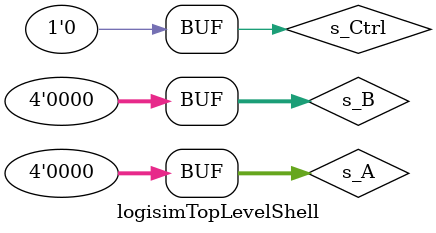
<source format=v>
/******************************************************************************
 ** Logisim-evolution goes FPGA automatic generated Verilog code             **
 ** https://github.com/logisim-evolution/                                    **
 **                                                                          **
 ** Component : logisimTopLevelShell                                         **
 **                                                                          **
 *****************************************************************************/

module logisimTopLevelShell(  );

   /*******************************************************************************
   ** The wires are defined here                                                 **
   *******************************************************************************/
   wire [3:0] s_A;
   wire [3:0] s_B;
   wire       s_Cout;
   wire       s_Ctrl;
   wire [3:0] s_S;

   /*******************************************************************************
   ** The module functionality is described here                                 **
   *******************************************************************************/

   /*******************************************************************************
   ** All signal adaptations are performed here                                  **
   *******************************************************************************/
   assign s_A[0] = 1'b0;
   assign s_A[1] = 1'b0;
   assign s_A[2] = 1'b0;
   assign s_A[3] = 1'b0;
   assign s_B[0] = 1'b0;
   assign s_B[1] = 1'b0;
   assign s_B[2] = 1'b0;
   assign s_B[3] = 1'b0;
   assign s_Ctrl = 1'b0;

   /*******************************************************************************
   ** The toplevel component is connected here                                   **
   *******************************************************************************/
   AddSub4b   CIRCUIT_0 (.A(s_A),
                         .B(s_B),
                         .Cout(s_Cout),
                         .Ctrl(s_Ctrl),
                         .S(s_S));
endmodule

</source>
